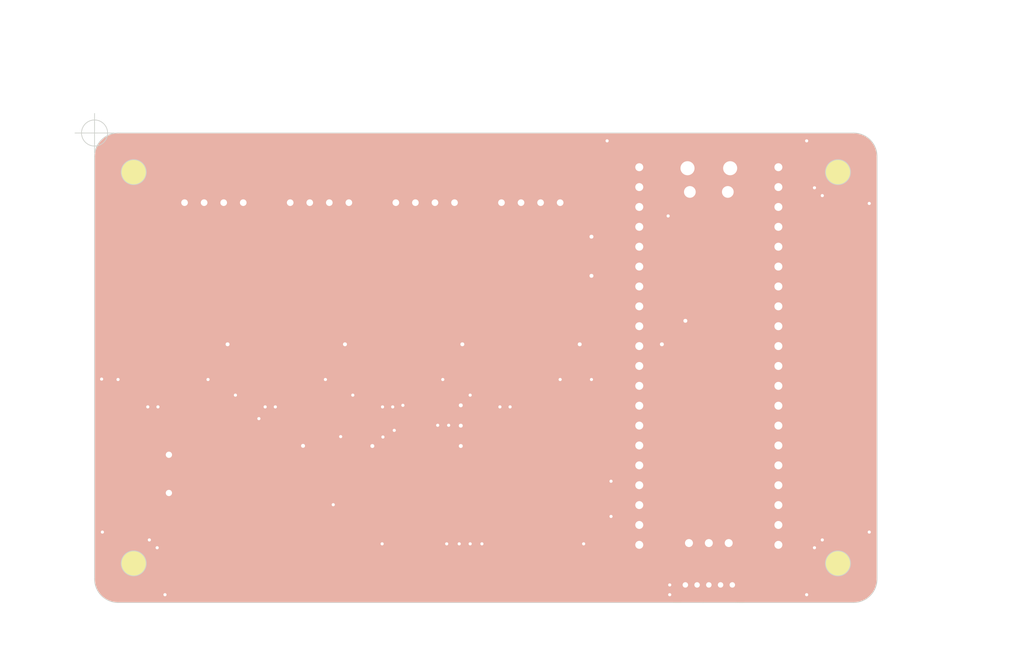
<source format=kicad_pcb>
(kicad_pcb (version 20211014) (generator pcbnew)
  (layers (0 "F.Cu" signal) (31 "B.Cu" signal) (36 "B.SilkS" user "B.Silkscreen") (37 "F.SilkS" user "F.Silkscreen") (38 "B.Mask" user) (39 "F.Mask" user) (44 "Edge.Cuts" user))
  (net 0 "")
  (net 1 "Net-(C1-Pad1)")
  (net 2 "GND")
  (net 3 "Net-(C2-Pad1)")
  (net 4 "+3V3")
  (net 5 "+5VA")
  (net 6 "Net-(C5-Pad1)")
  (net 7 "Net-(C6-Pad2)")
  (net 8 "Net-(C7-Pad1)")
  (net 9 "Net-(C7-Pad2)")
  (net 10 "Net-(CN1-Pad3)")
  (net 11 "Net-(CN1-Pad4)")
  (net 12 "Net-(D3-Pad2)")
  (net 13 "Net-(D4-Pad2)")
  (net 14 "/TX")
  (net 15 "/RX")
  (net 16 "Net-(D1-Pad2)")
  (net 17 "Net-(D2-Pad2)")
  (net 18 "/SWCLK")
  (net 19 "/SWDIO")
  (net 20 "+5V")
  (net 21 "Net-(Q1-Pad1)")
  (net 22 "Net-(R1-Pad2)")
  (net 23 "Net-(R3-Pad2)")
  (net 24 "Net-(R20-Pad1)")
  (net 25 "Net-(R21-Pad1)")
  (net 26 "Net-(R22-Pad1)")
  (net 27 "Net-(SW1-Pad1)")
  (net 34 "/DATA1")
  (net 35 "/SCK1")
  (net 36 "/DATA2")
  (net 37 "/SCK2")
  (net 38 "/DATA3")
  (net 39 "/SCK3")
  (net 40 "/DATA4")
  (net 41 "/SCK4")
  (net 49 "Net-(U2-Pad1)")
  (net 50 "/CLK1")
  (net 51 "/CLK2")
  (net 52 "/CLK3")
  (net 53 "/CLK4")
  (net 55 "Net-(C10-Pad1)")
  (net 56 "Net-(C11-Pad2)")
  (net 57 "Net-(C12-Pad1)")
  (net 58 "Net-(C12-Pad2)")
  (net 59 "Net-(C15-Pad1)")
  (net 60 "Net-(C16-Pad2)")
  (net 61 "Net-(C17-Pad1)")
  (net 62 "Net-(C17-Pad2)")
  (net 63 "Net-(C20-Pad1)")
  (net 64 "Net-(C21-Pad2)")
  (net 65 "Net-(C22-Pad1)")
  (net 66 "Net-(C22-Pad2)")
  (net 67 "Net-(CN2-Pad3)")
  (net 68 "Net-(CN2-Pad4)")
  (net 69 "Net-(CN3-Pad3)")
  (net 70 "Net-(CN3-Pad4)")
  (net 71 "Net-(CN4-Pad3)")
  (net 72 "Net-(CN4-Pad4)")
  (net 73 "Net-(Q2-Pad1)")
  (net 74 "Net-(Q3-Pad1)")
  (net 75 "Net-(Q4-Pad1)")
  (net 76 "Net-(R7-Pad2)")
  (net 77 "Net-(R11-Pad2)")
  (net 78 "Net-(R15-Pad2)")
  (net 82 "Net-(R19-Pad1)")
  (net 83 "Net-(SW2-Pad1)")
  (net 84 "Net-(SW3-Pad1)")
  (footprint "Package_SO:SOP-16_3.9x9.9mm_P1.27mm" (layer "F.Cu") (at 58.6875 80 -90)
    (fp_text reference "U3")
    (fp_text value "HX711")
  )
  (footprint "Resistor_SMD:R_0603_1608Metric_Pad0.98x0.95mm_HandSolder" (layer "F.Cu") (at 61.0875 73.4 180)
    (fp_text reference "R3")
    (fp_text value "22k")
  )
  (footprint "Capacitor_SMD:C_0603_1608Metric_Pad1.08x0.95mm_HandSolder" (layer "F.Cu") (at 55.05 74.8 180)
    (fp_text reference "C7")
    (fp_text value "0.1u")
  )
  (footprint "Package_TO_SOT_SMD:SOT-23" (layer "F.Cu") (at 94.6375 73.4625 90)
    (fp_text reference "Q3")
    (fp_text value "MMBT3906")
  )
  (footprint "user:SKRPACE010_kai" (layer "F.Cu") (at 81.675 101.5 180)
    (fp_text reference "SW1")
    (fp_text value "A")
  )
  (footprint "Resistor_SMD:R_0603_1608Metric_Pad0.98x0.95mm_HandSolder" (layer "F.Cu") (at 105.1875 70.8 90)
    (fp_text reference "R16")
    (fp_text value "10k")
  )
  (footprint "Package_SO:SOP-16_3.9x9.9mm_P1.27mm" (layer "F.Cu") (at 88.6875 80 -90)
    (fp_text reference "U5")
    (fp_text value "HX711")
  )
  (footprint "Inductor_SMD:L_0603_1608Metric_Pad1.05x0.95mm_HandSolder" (layer "F.Cu") (at 113.5 65.75 -90)
    (fp_text reference "L1")
    (fp_text value "BLM18RK102")
  )
  (footprint "Resistor_SMD:R_0603_1608Metric_Pad0.98x0.95mm_HandSolder" (layer "F.Cu") (at 63.5 95.4125 90)
    (fp_text reference "R2")
    (fp_text value "300")
  )
  (footprint "Package_TO_SOT_SMD:SOT-23" (layer "F.Cu") (at 64.6375 73.4625 90)
    (fp_text reference "Q1")
    (fp_text value "MMBT3906")
  )
  (footprint "LED_SMD:LED_0603_1608Metric_Pad1.05x0.95mm_HandSolder" (layer "F.Cu") (at 96.45 95.5)
    (fp_text reference "D3")
    (fp_text value "LED")
  )
  (footprint "Capacitor_SMD:C_0805_2012Metric_Pad1.18x1.45mm_HandSolder" (layer "F.Cu") (at 110.2875 78.0375 -90)
    (fp_text reference "C19")
    (fp_text value "10u")
  )
  (footprint "LED_SMD:LED_0603_1608Metric_Pad1.05x0.95mm_HandSolder" (layer "F.Cu") (at 100.45 95.5)
    (fp_text reference "D4")
    (fp_text value "LED")
  )
  (footprint "Resistor_SMD:R_0603_1608Metric_Pad0.98x0.95mm_HandSolder" (layer "F.Cu") (at 84.1875 71.9875 -90)
    (fp_text reference "R14")
    (fp_text value "100")
  )
  (footprint "Resistor_SMD:R_0603_1608Metric_Pad0.98x0.95mm_HandSolder" (layer "F.Cu") (at 55.9125 71.9875 -90)
    (fp_text reference "R5")
    (fp_text value "100")
  )
  (footprint "Resistor_SMD:R_0603_1608Metric_Pad0.98x0.95mm_HandSolder" (layer "F.Cu") (at 70.9125 71.9875 -90)
    (fp_text reference "R9")
    (fp_text value "100")
  )
  (footprint "Package_SO:SO-14_5.3x10.2mm_P1.27mm" (layer "F.Cu") (at 70 92.5)
    (fp_text reference "U2")
    (fp_text value "TC74HCU04AF")
  )
  (footprint "Resistor_SMD:R_0603_1608Metric_Pad0.98x0.95mm_HandSolder" (layer "F.Cu") (at 75.1875 70.8 90)
    (fp_text reference "R8")
    (fp_text value "10k")
  )
  (footprint "Resistor_SMD:R_0603_1608Metric_Pad0.98x0.95mm_HandSolder" (layer "F.Cu") (at 100.9125 71.9875 -90)
    (fp_text reference "R17")
    (fp_text value "100")
  )
  (footprint "Capacitor_SMD:C_0805_2012Metric_Pad1.18x1.45mm_HandSolder" (layer "F.Cu") (at 63.55 70.4)
    (fp_text reference "C6")
    (fp_text value "10u")
  )
  (footprint "Connector_Molex:Molex_SPOX_5268-04A_1x04_P2.50mm_Horizontal" (layer "F.Cu") (at 69 58.9 180)
    (fp_text reference "CN1")
    (fp_text value "LoadCell")
  )
  (footprint "Package_SO:SOP-16_3.9x9.9mm_P1.27mm" (layer "F.Cu") (at 103.6875 80 -90)
    (fp_text reference "U6")
    (fp_text value "HX711")
  )
  (footprint "Resistor_SMD:R_0603_1608Metric_Pad0.98x0.95mm_HandSolder" (layer "F.Cu") (at 100.4125 97.5)
    (fp_text reference "R22")
    (fp_text value "1k")
  )
  (footprint "Capacitor_SMD:C_0603_1608Metric_Pad1.08x0.95mm_HandSolder" (layer "F.Cu") (at 55.5 95.5 90)
    (fp_text reference "C2")
    (fp_text value "10p")
  )
  (footprint "Capacitor_SMD:C_0603_1608Metric_Pad1.08x0.95mm_HandSolder" (layer "F.Cu") (at 110.2875 83.8 90)
    (fp_text reference "C18")
    (fp_text value "0.1u")
  )
  (footprint "Resistor_SMD:R_0603_1608Metric_Pad0.98x0.95mm_HandSolder" (layer "F.Cu") (at 106.0875 73.4 180)
    (fp_text reference "R15")
    (fp_text value "22k")
  )
  (footprint "Capacitor_SMD:C_0603_1608Metric_Pad1.08x0.95mm_HandSolder" (layer "F.Cu") (at 55.5 91.6375 -90)
    (fp_text reference "C1")
    (fp_text value "10p")
  )
  (footprint "Capacitor_SMD:C_0603_1608Metric_Pad1.08x0.95mm_HandSolder" (layer "F.Cu") (at 95.2875 83.8 90)
    (fp_text reference "C13")
    (fp_text value "0.1u")
  )
  (footprint "Capacitor_SMD:C_0805_2012Metric_Pad1.18x1.45mm_HandSolder" (layer "F.Cu") (at 95.2875 78.0375 -90)
    (fp_text reference "C14")
    (fp_text value "10u")
  )
  (footprint "Connector_Molex:Molex_SPOX_5268-04A_1x04_P2.50mm_Horizontal" (layer "F.Cu") (at 96 58.9 180)
    (fp_text reference "CN3")
    (fp_text value "LoadCell")
  )
  (footprint "Resistor_SMD:R_0603_1608Metric_Pad0.98x0.95mm_HandSolder" (layer "F.Cu") (at 85.9125 71.9875 -90)
    (fp_text reference "R13")
    (fp_text value "100")
  )
  (footprint "LED_SMD:LED_0603_1608Metric_Pad1.05x0.95mm_HandSolder" (layer "F.Cu") (at 92.45 95.5)
    (fp_text reference "D2")
    (fp_text value "LED")
  )
  (footprint "Capacitor_SMD:C_0603_1608Metric_Pad1.08x0.95mm_HandSolder" (layer "F.Cu") (at 100.05 74.8 180)
    (fp_text reference "C22")
    (fp_text value "0.1u")
  )
  (footprint "Resistor_SMD:R_0603_1608Metric_Pad0.98x0.95mm_HandSolder" (layer "F.Cu") (at 96.4125 97.5)
    (fp_text reference "R21")
    (fp_text value "1k")
  )
  (footprint "LED_SMD:LED_0603_1608Metric_Pad1.05x0.95mm_HandSolder" (layer "F.Cu") (at 88.45 95.5)
    (fp_text reference "D1")
    (fp_text value "LED")
  )
  (footprint "Capacitor_SMD:C_0603_1608Metric_Pad1.08x0.95mm_HandSolder" (layer "F.Cu") (at 87.7125 73.9 90)
    (fp_text reference "C15")
    (fp_text value "0.1u")
  )
  (footprint "Capacitor_SMD:C_0805_2012Metric_Pad1.18x1.45mm_HandSolder" (layer "F.Cu") (at 65.2875 78.0375 -90)
    (fp_text reference "C4")
    (fp_text value "10u")
  )
  (footprint "Capacitor_SMD:C_0603_1608Metric_Pad1.08x0.95mm_HandSolder" (layer "F.Cu") (at 102.7125 73.9 90)
    (fp_text reference "C20")
    (fp_text value "0.1u")
  )
  (footprint "Capacitor_SMD:C_0603_1608Metric_Pad1.08x0.95mm_HandSolder" (layer "F.Cu") (at 70.05 74.8 180)
    (fp_text reference "C12")
    (fp_text value "0.1u")
  )
  (footprint "Resistor_SMD:R_0603_1608Metric_Pad0.98x0.95mm_HandSolder" (layer "F.Cu") (at 60.1875 70.8 90)
    (fp_text reference "R4")
    (fp_text value "10k")
  )
  (footprint "Capacitor_SMD:C_0603_1608Metric_Pad1.08x0.95mm_HandSolder" (layer "F.Cu") (at 85.05 74.8 180)
    (fp_text reference "C17")
    (fp_text value "0.1u")
  )
  (footprint "Package_TO_SOT_SMD:SOT-23" (layer "F.Cu") (at 109.6375 73.4625 90)
    (fp_text reference "Q4")
    (fp_text value "MMBT3906")
  )
  (footprint "Resistor_SMD:R_0603_1608Metric_Pad0.98x0.95mm_HandSolder" (layer "F.Cu") (at 88.4125 97.5)
    (fp_text reference "R19")
    (fp_text value "1k")
  )
  (footprint "Capacitor_SMD:C_0805_2012Metric_Pad1.18x1.45mm_HandSolder" (layer "F.Cu") (at 93.55 70.4)
    (fp_text reference "C16")
    (fp_text value "10u")
  )
  (footprint "Capacitor_SMD:C_0603_1608Metric_Pad1.08x0.95mm_HandSolder" (layer "F.Cu") (at 72.7125 73.9 90)
    (fp_text reference "C10")
    (fp_text value "0.1u")
  )
  (footprint "Package_SO:SOP-16_3.9x9.9mm_P1.27mm" (layer "F.Cu") (at 73.6875 80 -90)
    (fp_text reference "U4")
    (fp_text value "HX711")
  )
  (footprint "Resistor_SMD:R_0603_1608Metric_Pad0.98x0.95mm_HandSolder" (layer "F.Cu") (at 76.0875 73.4 180)
    (fp_text reference "R7")
    (fp_text value "22k")
  )
  (footprint "Resistor_SMD:R_0603_1608Metric_Pad0.98x0.95mm_HandSolder" (layer "F.Cu") (at 69.1875 71.9875 -90)
    (fp_text reference "R10")
    (fp_text value "100")
  )
  (footprint "Resistor_SMD:R_0603_1608Metric_Pad0.98x0.95mm_HandSolder" (layer "F.Cu") (at 91.0875 73.4 180)
    (fp_text reference "R11")
    (fp_text value "22k")
  )
  (footprint "Resistor_SMD:R_0603_1608Metric_Pad0.98x0.95mm_HandSolder" (layer "F.Cu") (at 92.4125 97.5)
    (fp_text reference "R20")
    (fp_text value "1k")
  )
  (footprint "Capacitor_SMD:C_0603_1608Metric_Pad1.08x0.95mm_HandSolder" (layer "F.Cu") (at 65.2875 83.8 90)
    (fp_text reference "C3")
    (fp_text value "0.1u")
  )
  (footprint "Crystal:Crystal_HC49-U_Vertical" (layer "F.Cu") (at 59.5 91.12 -90)
    (fp_text reference "Y1")
    (fp_text value "13.824MHz")
  )
  (footprint "Capacitor_SMD:C_0603_1608Metric_Pad1.08x0.95mm_HandSolder" (layer "F.Cu") (at 57.7125 73.9 90)
    (fp_text reference "C5")
    (fp_text value "0.1u")
  )
  (footprint "Capacitor_SMD:C_0603_1608Metric_Pad1.08x0.95mm_HandSolder" (layer "F.Cu") (at 80.2875 83.8 90)
    (fp_text reference "C8")
    (fp_text value "0.1u")
  )
  (footprint "user:SKRPACE010_kai" (layer "F.Cu") (at 108 101.5 180)
    (fp_text reference "SW2")
    (fp_text value "B")
  )
  (footprint "Capacitor_SMD:C_0805_2012Metric_Pad1.18x1.45mm_HandSolder" (layer "F.Cu") (at 108.55 70.4)
    (fp_text reference "C21")
    (fp_text value "10u")
  )
  (footprint "Capacitor_SMD:C_0805_2012Metric_Pad1.18x1.45mm_HandSolder" (layer "F.Cu") (at 80.2875 78.0375 -90)
    (fp_text reference "C9")
    (fp_text value "10u")
  )
  (footprint "user:STlink" (layer "F.Cu") (at 125.5 107.75)
    (fp_text reference "J1")
    (fp_text value "Debug")
  )
  (footprint "user:SKRPACE010_kai" (layer "F.Cu") (at 145 77.75 90)
    (fp_text reference "SW3")
    (fp_text value "Reset")
  )
  (footprint "Package_TO_SOT_SMD:SOT-23" (layer "F.Cu") (at 79.6375 73.4625 90)
    (fp_text reference "Q2")
    (fp_text value "MMBT3906")
  )
  (footprint "Resistor_SMD:R_0603_1608Metric_Pad0.98x0.95mm_HandSolder" (layer "F.Cu") (at 99.1875 71.9875 -90)
    (fp_text reference "R18")
    (fp_text value "100")
  )
  (footprint "MCU_RaspberryPi_and_Boards:RPi_Pico_SMD_TH" (layer "F.Cu") (at 128.5 78.5)
    (fp_text reference "U1")
    (fp_text value "Pico")
  )
  (footprint "Resistor_SMD:R_0603_1608Metric_Pad0.98x0.95mm_HandSolder" (layer "F.Cu") (at 54.1875 71.9875 -90)
    (fp_text reference "R6")
    (fp_text value "100")
  )
  (footprint "Resistor_SMD:R_0805_2012Metric_Pad1.20x1.40mm_HandSolder" (layer "F.Cu") (at 63.5 91.5 -90)
    (fp_text reference "R1")
    (fp_text value "1M")
  )
  (footprint "Connector_Molex:Molex_SPOX_5268-04A_1x04_P2.50mm_Horizontal" (layer "F.Cu") (at 109.5 58.9 180)
    (fp_text reference "CN4")
    (fp_text value "LoadCell")
  )
  (footprint "Connector_Molex:Molex_SPOX_5268-04A_1x04_P2.50mm_Horizontal" (layer "F.Cu") (at 82.5 58.9 180)
    (fp_text reference "CN2")
    (fp_text value "LoadCell")
  )
  (footprint "Resistor_SMD:R_0603_1608Metric_Pad0.98x0.95mm_HandSolder" (layer "F.Cu") (at 90.1875 70.8 90)
    (fp_text reference "R12")
    (fp_text value "10k")
  )
  (footprint "Capacitor_SMD:C_0805_2012Metric_Pad1.18x1.45mm_HandSolder" (layer "F.Cu") (at 78.55 70.4)
    (fp_text reference "C11")
    (fp_text value "10u")
  )
  (gr_circle (center 55 105) (end 59 105) (layer "F.SilkS") (width 0.15) (fill solid))
  (gr_circle (center 55 55) (end 59 55) (layer "F.SilkS") (width 0.15) (fill solid))
  (gr_circle (center 145 55) (end 149 55) (layer "F.SilkS") (width 0.15) (fill solid))
  (gr_circle (center 145 105) (end 149 105) (layer "F.SilkS") (width 0.15) (fill solid))
  (gr_line (start 53 50) (end 147 50) (layer "Edge.Cuts") (width 0.1))
  (gr_circle (center 145 55) (end 146.6 55) (layer "Edge.Cuts") (width 0.1) (fill none))
  (gr_arc (start 53 110) (mid 50.87868 109.12132) (end 50 107) (layer "Edge.Cuts") (width 0.1))
  (gr_line (start 127.8 110) (end 132.2 110) (layer "Edge.Cuts") (width 0.1))
  (gr_circle (center 55 105) (end 56.6 105) (layer "Edge.Cuts") (width 0.1) (fill none))
  (gr_line (start 150 53) (end 150 107) (layer "Edge.Cuts") (width 0.1))
  (gr_line (start 127.8 110) (end 53 110) (layer "Edge.Cuts") (width 0.1))
  (gr_circle (center 55 55) (end 56.6 55) (layer "Edge.Cuts") (width 0.1) (fill none))
  (gr_arc (start 147 50) (mid 149.12132 50.87868) (end 150 53) (layer "Edge.Cuts") (width 0.1))
  (gr_line (start 50 107) (end 50 53) (layer "Edge.Cuts") (width 0.1))
  (gr_arc (start 50 53) (mid 50.87868 50.87868) (end 53 50) (layer "Edge.Cuts") (width 0.1))
  (gr_circle (center 145 105) (end 146.6 105) (layer "Edge.Cuts") (width 0.1) (fill none))
  (gr_arc (start 150 107) (mid 149.12132 109.12132) (end 147 110) (layer "Edge.Cuts") (width 0.1))
  (gr_line (start 132.2 110) (end 147 110) (layer "Edge.Cuts") (width 0.1))
  (gr_text "Reset" (at 145 82.25) (layer "F.SilkS") (effects (font (size 1.7 1.7) (thickness 0.25))))
  (gr_text "A" (at 81.5 98.5) (layer "F.SilkS") (effects (font (size 1.7 1.7) (thickness 0.25))))
  (gr_text "CH1\n緑白黒赤" (at 65.5 64.5) (layer "F.SilkS") (effects (font (size 2 2) (thickness 0.12))))
  (gr_text "CH3\n緑白黒赤" (at 92.5 64.5) (layer "F.SilkS") (effects (font (size 2 2) (thickness 0.12))))
  (gr_text "CH2\n緑白黒赤" (at 79 64.5) (layer "F.SilkS") (effects (font (size 2 2) (thickness 0.12))))
  (gr_text "CH4\n緑白黒赤" (at 106 64.5) (layer "F.SilkS") (effects (font (size 2 2) (thickness 0.12))))
  (gr_text "B" (at 108 98.5) (layer "F.SilkS") (effects (font (size 1.7 1.7) (thickness 0.25))))
  (gr_text "4ch LoadCell Logger" (at 76.25 107) (layer "F.SilkS") (effects (font (size 2 2) (thickness 0.3))))
  (gr_text "v1.0 2022.04.28 @n_yosihisa" (at 107.25 107.5) (layer "F.SilkS") (effects (font (size 1.3 1.3) (thickness 0.2))))
  (target plus (at 50 50) (size 5) (width 0.1) (layer "Edge.Cuts"))
  (segment (start 64.23 91.23) (end 63.5 90.5) (width 0.5) (layer "F.Cu") (net 1))
  (segment (start 60.12 90.5) (end 59.5 91.12) (width 0.5) (layer "F.Cu") (net 1))
  (segment (start 66.5375 91.23) (end 64.23 91.23) (width 0.5) (layer "F.Cu") (net 1))
  (segment (start 59.5 91.12) (end 55.845 91.12) (width 0.5) (layer "F.Cu") (net 1))
  (segment (start 63.5 90.5) (end 60.12 90.5) (width 0.5) (layer "F.Cu") (net 1))
  (segment (start 55.845 91.12) (end 55.5 90.775) (width 0.5) (layer "F.Cu") (net 1))
  (segment (start 107 58.9) (end 107 63.5) (width 0.7) (layer "F.Cu") (net 2))
  (segment (start 104.0875 75.4) (end 104.0875 74.5) (width 0.7) (layer "F.Cu") (net 2))
  (segment (start 107.5125 64.0125) (end 107.5125 70.4) (width 0.7) (layer "F.Cu") (net 2))
  (segment (start 59.0875 75.4) (end 59.0875 74.5) (width 0.7) (layer "F.Cu") (net 2))
  (segment (start 103.0525 76.435) (end 104.0875 75.4) (width 0.7) (layer "F.Cu") (net 2))
  (segment (start 58.0525 76.435) (end 59.0875 75.4) (width 0.7) (layer "F.Cu") (net 2))
  (segment (start 73.0525 76.435) (end 74.0875 75.4) (width 0.7) (layer "F.Cu") (net 2))
  (segment (start 73.0525 77.5) (end 73.0525 76.435) (width 0.7) (layer "F.Cu") (net 2))
  (segment (start 103.0525 77.5) (end 103.0525 79) (width 0.7) (layer "F.Cu") (net 2))
  (segment (start 58.0525 77.5) (end 58.0525 76.435) (width 0.7) (layer "F.Cu") (net 2))
  (segment (start 88.0525 77.5) (end 88.0525 76.435) (width 0.7) (layer "F.Cu") (net 2))
  (segment (start 74.0875 75.4) (end 74.0875 74.5) (width 0.7) (layer "F.Cu") (net 2))
  (segment (start 88.0525 76.435) (end 89.0875 75.4) (width 0.7) (layer "F.Cu") (net 2))
  (segment (start 58.0525 77.5) (end 58.0525 79) (width 0.7) (layer "F.Cu") (net 2))
  (segment (start 73.0525 77.5) (end 73.0525 79) (width 0.7) (layer "F.Cu") (net 2))
  (segment (start 88.0525 77.5) (end 88.0525 79) (width 0.7) (layer "F.Cu") (net 2))
  (segment (start 89.0875 75.4) (end 89.0875 74.5) (width 0.7) (layer "F.Cu") (net 2))
  (segment (start 103.0525 77.5) (end 103.0525 76.435) (width 0.7) (layer "F.Cu") (net 2))
  (segment (start 107 63.5) (end 107.5125 64.0125) (width 0.7) (layer "F.Cu") (net 2))
  (via (at 142 57) (size 0.8) (drill 0.4) (layers "F.Cu" "B.Cu") (net 2))
  (via (at 123.5 107.75) (size 0.8) (drill 0.4) (layers "F.Cu" "B.Cu") (net 2))
  (via (at 142 103) (size 0.8) (drill 0.4) (layers "F.Cu" "B.Cu") (net 2))
  (via (at 116 99) (size 0.8) (drill 0.4) (layers "F.Cu" "B.Cu") (net 2))
  (via (at 59 109) (size 0.8) (drill 0.4) (layers "F.Cu" "B.Cu") (net 2))
  (via (at 58 103) (size 0.8) (drill 0.4) (layers "F.Cu" "B.Cu") (net 2))
  (via (at 116 94.5) (size 0.8) (drill 0.4) (layers "F.Cu" "B.Cu") (net 2))
  (via (at 57 102) (size 0.8) (drill 0.4) (layers "F.Cu" "B.Cu") (net 2))
  (via (at 81.45 88.8) (size 0.8) (drill 0.4) (layers "F.Cu" "B.Cu") (net 2))
  (via (at 149 101) (size 0.8) (drill 0.4) (layers "F.Cu" "B.Cu") (net 2))
  (via (at 89.4 84.8) (size 0.8) (drill 0.4) (layers "F.Cu" "B.Cu") (net 2))
  (via (at 79.5 81.5) (size 0.8) (drill 0.4) (layers "F.Cu" "B.Cu") (net 2))
  (via (at 109.5 81.5) (size 0.8) (drill 0.4) (layers "F.Cu" "B.Cu") (net 2))
  (via (at 53 81.5) (size 0.8) (drill 0.4) (layers "F.Cu" "B.Cu") (net 2))
  (via (at 143 58) (size 0.8) (drill 0.4) (layers "F.Cu" "B.Cu") (net 2))
  (via (at 98 83.5) (size 0.8) (drill 0.4) (layers "F.Cu" "B.Cu") (net 2))
  (via (at 113.5 81.5) (size 0.8) (drill 0.4) (layers "F.Cu" "B.Cu") (net 2))
  (via (at 141 51) (size 0.8) (drill 0.4) (layers "F.Cu" "B.Cu") (net 2))
  (via (at 123.5 109) (size 0.8) (drill 0.4) (layers "F.Cu" "B.Cu") (net 2))
  (via (at 83 83.5) (size 0.8) (drill 0.4) (layers "F.Cu" "B.Cu") (net 2))
  (via (at 68 83.5) (size 0.8) (drill 0.4) (layers "F.Cu" "B.Cu") (net 2))
  (via (at 115.5 51) (size 0.8) (drill 0.4) (layers "F.Cu" "B.Cu") (net 2))
  (via (at 149 59) (size 0.8) (drill 0.4) (layers "F.Cu" "B.Cu") (net 2))
  (via (at 141 109) (size 0.8) (drill 0.4) (layers "F.Cu" "B.Cu") (net 2))
  (via (at 64.5 81.5) (size 0.8) (drill 0.4) (layers "F.Cu" "B.Cu") (net 2))
  (via (at 143 102) (size 0.8) (drill 0.4) (layers "F.Cu" "B.Cu") (net 2))
  (via (at 80.5 97.5) (size 0.8) (drill 0.4) (layers "F.Cu" "B.Cu") (net 2))
  (via (at 88.3 88) (size 0.8) (drill 0.4) (layers "F.Cu" "B.Cu") (net 2))
  (via (at 51 101) (size 0.8) (drill 0.4) (layers "F.Cu" "B.Cu") (net 2))
  (via (at 50.9 81.45) (size 0.8) (drill 0.4) (layers "F.Cu" "B.Cu") (net 2))
  (via (at 94.5 81.5) (size 0.8) (drill 0.4) (layers "F.Cu" "B.Cu") (net 2))
  (via (at 95.25 87.35) (size 0.8) (drill 0.4) (layers "F.Cu" "B.Cu") (net 2))
  (via (at 93.85 87.35) (size 0.8) (drill 0.4) (layers "F.Cu" "B.Cu") (net 2))
  (via (at 86.85 88.85) (size 0.8) (drill 0.4) (layers "F.Cu" "B.Cu") (net 2))
  (segment (start 59.825 96.325) (end 59.5 96) (width 0.5) (layer "F.Cu") (net 3))
  (segment (start 55.8625 96) (end 55.5 96.3625) (width 0.5) (layer "F.Cu") (net 3))
  (segment (start 59.5 96) (end 55.8625 96) (width 0.5) (layer "F.Cu") (net 3))
  (segment (start 63.5 96.325) (end 59.825 96.325) (width 0.5) (layer "F.Cu") (net 3))
  (segment (start 91.8625 84.575) (end 91.9325 84.645) (width 0.3) (layer "F.Cu") (net 4))
  (segment (start 95.2875 84.6625) (end 93.225 84.6625) (width 0.5) (layer "F.Cu") (net 4))
  (segment (start 76.9325 84.645) (end 78.1325 84.645) (width 0.3) (layer "F.Cu") (net 4))
  (segment (start 61.8625 82.5) (end 61.8625 84.575) (width 0.3) (layer "F.Cu") (net 4))
  (segment (start 134.97 64.53) (end 125.5 74) (width 0.7) (layer "F.Cu") (net 4))
  (segment (start 71 88) (end 71.69 88.69) (width 0.5) (layer "F.Cu") (net 4))
  (segment (start 85.47759 89.97759) (end 85.5 90) (width 0.5) (layer "F.Cu") (net 4))
  (segment (start 69.1625 84.6625) (end 71 86.5) (width 0.5) (layer "F.Cu") (net 4))
  (segment (start 61.8625 84.575) (end 61.9325 84.645) (width 0.3) (layer "F.Cu") (net 4))
  (segment (start 96.6625 84.6625) (end 96.8 84.8) (width 0.5) (layer "F.Cu") (net 4))
  (segment (start 93.1325 84.645) (end 93.1325 82.5) (width 0.5) (layer "F.Cu") (net 4))
  (segment (start 114.5 104) (end 114.5 94) (width 0.7) (layer "F.Cu") (net 4))
  (segment (start 114.5 94) (end 110.2875 89.7875) (width 0.7) (layer "F.Cu") (net 4))
  (segment (start 78.1325 84.645) (end 78.1325 82.5) (width 0.5) (layer "F.Cu") (net 4))
  (segment (start 76.8625 82.5) (end 76.8625 84.575) (width 0.3) (layer "F.Cu") (net 4))
  (segment (start 63.1325 84.645) (end 63.1325 82.5) (width 0.5) (layer "F.Cu") (net 4))
  (segment (start 91.9325 84.645) (end 93.1325 84.645) (width 0.3) (layer "F.Cu") (net 4))
  (segment (start 108.1325 84.645) (end 108.1325 82.5) (width 0.5) (layer "F.Cu") (net 4))
  (segment (start 110.075 90) (end 110.2875 89.7875) (width 0.5) (layer "F.Cu") (net 4))
  (segment (start 91.8625 82.5) (end 91.8625 84.575) (width 0.3) (layer "F.Cu") (net 4))
  (segment (start 96.8 90) (end 96.8 87.4) (width 0.5) (layer "F.Cu") (net 4))
  (segment (start 80.47759 89.97759) (end 85.47759 89.97759) (width 0.5) (layer "F.Cu") (net 4))
  (segment (start 80.2875 89.7875) (end 80.47759 89.97759) (width 0.5) (layer "F.Cu") (net 4))
  (segment (start 137.39 64.53) (end 134.97 64.53) (width 0.7) (layer "F.Cu") (net 4))
  (segment (start 122.5 77) (end 122.5 104) (width 0.7) (layer "F.Cu") (net 4))
  (segment (start 85.5 90) (end 82 90) (width 0.5) (layer "F.Cu") (net 4))
  (segment (start 106.9325 84.645) (end 108.1325 84.645) (width 0.3) (layer "F.Cu") (net 4))
  (segment (start 61.9325 84.645) (end 63.1325 84.645) (width 0.3) (layer "F.Cu") (net 4))
  (segment (start 110.2875 84.6625) (end 108.225 84.6625) (width 0.5) (layer "F.Cu") (net 4))
  (segment (start 106.8625 84.575) (end 106.9325 84.645) (width 0.3) (layer "F.Cu") (net 4))
  (segment (start 122.5 104) (end 120.5 106) (width 0.7) (layer "F.Cu") (net 4))
  (segment (start 71 86.5) (end 71 88) (width 0.5) (layer "F.Cu") (net 4))
  (segment (start 106.8625 82.5) (end 106.8625 84.575) (width 0.3) (layer "F.Cu") (net 4))
  (segment (start 76.8625 84.575) (end 76.9325 84.645) (width 0.3) (layer "F.Cu") (net 4))
  (segment (start 80.2875 84.6625) (end 80.2875 89.7875) (width 0.5) (layer "F.Cu") (net 4))
  (segment (start 76.642 89.97759) (end 80.47759 89.97759) (width 0.5) (layer "F.Cu") (net 4))
  (segment (start 116.5 106) (end 114.5 104) (width 0.7) (layer "F.Cu") (net 4))
  (segment (start 110.2875 84.6625) (end 110.2875 89.7875) (width 0.5) (layer "F.Cu") (net 4))
  (segment (start 95.2875 84.6625) (end 96.6625 84.6625) (width 0.5) (layer "F.Cu") (net 4))
  (segment (start 96.8 90) (end 110.075 90) (width 0.5) (layer "F.Cu") (net 4))
  (segment (start 71.69 88.69) (end 73.4625 88.69) (width 0.5) (layer "F.Cu") (net 4))
  (segment (start 65.2875 84.6625) (end 69.1625 84.6625) (width 0.5) (layer "F.Cu") (net 4))
  (segment (start 120.5 106) (end 116.5 106) (width 0.7) (layer "F.Cu") (net 4))
  (segment (start 65.2875 84.6625) (end 63.225 84.6625) (width 0.5) (layer "F.Cu") (net 4))
  (segment (start 80.2875 84.6625) (end 78.225 84.6625) (width 0.5) (layer "F.Cu") (net 4))
  (via (at 85.5 90) (size 1) (drill 0.5) (layers "F.Cu" "B.Cu") (net 4))
  (via (at 96.8 90) (size 1) (drill 0.5) (layers "F.Cu" "B.Cu") (net 4))
  (via (at 76.642 89.97759) (size 1) (drill 0.5) (layers "F.Cu" "B.Cu") (net 4))
  (via (at 125.5 74) (size 1) (drill 0.5) (layers "F.Cu" "B.Cu") (net 4))
  (via (at 71 86.5) (size 0.8) (drill 0.4) (layers "F.Cu" "B.Cu") (net 4))
  (via (at 96.8 84.8) (size 1) (drill 0.5) (layers "F.Cu" "B.Cu") (net 4))
  (via (at 96.8 87.4) (size 1) (drill 0.5) (layers "F.Cu" "B.Cu") (net 4))
  (via (at 122.5 77) (size 1) (drill 0.5) (layers "F.Cu" "B.Cu") (net 4))
  (segment (start 74.47759 89.97759) (end 76.642 89.97759) (width 0.5) (layer "B.Cu") (net 4))
  (segment (start 125.5 74) (end 122.5 77) (width 0.7) (layer "B.Cu") (net 4))
  (segment (start 96.8 90) (end 85.5 90) (width 0.5) (layer "B.Cu") (net 4))
  (segment (start 96.8 84.8) (end 96.8 87.4) (width 0.5) (layer "B.Cu") (net 4))
  (segment (start 71 86.5) (end 74.47759 89.97759) (width 0.5) (layer "B.Cu") (net 4))
  (segment (start 80.5875 74.4) (end 80.5875 75.6) (width 0.5) (layer "F.Cu") (net 5))
  (segment (start 65.2875 77) (end 67 77) (width 0.5) (layer "F.Cu") (net 5))
  (segment (start 95.2875 77) (end 97 77) (width 0.5) (layer "F.Cu") (net 5))
  (segment (start 110.2875 75.9) (end 108.8875 75.9) (width 0.5) (layer "F.Cu") (net 5))
  (segment (start 78.1325 76.655) (end 78.1325 77.5) (width 0.5) (layer "F.Cu") (net 5))
  (segment (start 110.5875 75.6) (end 110.2875 75.9) (width 0.5) (layer "F.Cu") (net 5))
  (segment (start 63.8875 75.9) (end 63.1325 76.655) (width 0.5) (layer "F.Cu") (net 5))
  (segment (start 80.5875 75.6) (end 80.2875 75.9) (width 0.5) (layer "F.Cu") (net 5))
  (segment (start 110.5875 74.4) (end 110.5875 75.6) (width 0.5) (layer "F.Cu") (net 5))
  (segment (start 65.5875 75.6) (end 65.2875 75.9) (width 0.5) (layer "F.Cu") (net 5))
  (segment (start 65.2875 75.9) (end 63.8875 75.9) (width 0.5) (layer "F.Cu") (net 5))
  (segment (start 113.5 66.625) (end 113.5 68.25) (width 1) (layer "F.Cu") (net 5))
  (segment (start 93.8875 75.9) (end 93.1325 76.655) (width 0.5) (layer "F.Cu") (net 5))
  (segment (start 80.2875 75.9) (end 78.8875 75.9) (width 0.5) (layer "F.Cu") (net 5))
  (segment (start 95.5875 74.4) (end 95.5875 75.6) (width 0.5) (layer "F.Cu") (net 5))
  (segment (start 108.8875 75.9) (end 108.1325 76.655) (width 0.5) (layer "F.Cu") (net 5))
  (segment (start 108.1325 76.655) (end 108.1325 77.5) (width 0.5) (layer "F.Cu") (net 5))
  (segment (start 80.2875 77) (end 82 77) (width 0.5) (layer "F.Cu") (net 5))
  (segment (start 78.8875 75.9) (end 78.1325 76.655) (width 0.5) (layer "F.Cu") (net 5))
  (segment (start 110.2875 77) (end 110.2875 75.9) (width 0.5) (layer "F.Cu") (net 5))
  (segment (start 65.2875 77) (end 65.2875 75.9) (width 0.5) (layer "F.Cu") (net 5))
  (segment (start 80.2875 77) (end 80.2875 75.9) (width 0.5) (layer "F.Cu") (net 5))
  (segment (start 93.1325 76.655) (end 93.1325 77.5) (width 0.5) (layer "F.Cu") (net 5))
  (segment (start 95.2875 75.9) (end 93.8875 75.9) (width 0.5) (layer "F.Cu") (net 5))
  (segment (start 65.5875 74.4) (end 65.5875 75.6) (width 0.5) (layer "F.Cu") (net 5))
  (segment (start 110.2875 77) (end 112 77) (width 0.5) (layer "F.Cu") (net 5))
  (segment (start 95.5875 75.6) (end 95.2875 75.9) (width 0.5) (layer "F.Cu") (net 5))
  (segment (start 95.2875 77) (end 95.2875 75.9) (width 0.5) (layer "F.Cu") (net 5))
  (segment (start 63.1325 76.655) (end 63.1325 77.5) (width 0.5) (layer "F.Cu") (net 5))
  (via (at 67 77) (size 1) (drill 0.5) (layers "F.Cu" "B.Cu") (net 5))
  (via (at 97 77) (size 1) (drill 0.5) (layers "F.Cu" "B.Cu") (net 5))
  (via (at 82 77) (size 1) (drill 0.5) (layers "F.Cu" "B.Cu") (net 5))
  (via (at 113.5 68.25) (size 1) (drill 0.5) (layers "F.Cu" "B.Cu") (net 5))
  (via (at 112 77) (size 1) (drill 0.5) (layers "F.Cu" "B.Cu") (net 5))
  (segment (start 97 77) (end 82 77) (width 0.5) (layer "B.Cu") (net 5))
  (segment (start 82 77) (end 67 77) (width 0.5) (layer "B.Cu") (net 5))
  (segment (start 112 77) (end 97 77) (width 0.5) (layer "B.Cu") (net 5))
  (segment (start 113.5 68.25) (end 113.5 75.5) (width 1) (layer "B.Cu") (net 5))
  (segment (start 113.5 75.5) (end 112 77) (width 1) (layer "B.Cu") (net 5))
  (segment (start 56.7825 75.6925) (end 56.7825 77.5) (width 0.5) (layer "F.Cu") (net 6))
  (segment (start 57.7125 74.7625) (end 56.7825 75.6925) (width 0.5) (layer "F.Cu") (net 6))
  (segment (start 64.6375 72.525) (end 64.6375 70.45) (width 0.5) (layer "F.Cu") (net 7))
  (segment (start 64.6375 72.525) (end 62.875 72.525) (width 0.5) (layer "F.Cu") (net 7))
  (segment (start 69 58.9) (end 69 62) (width 0.7) (layer "F.Cu") (net 7))
  (segment (start 64.6375 70.45) (end 64.5875 70.4) (width 0.5) (layer "F.Cu") (net 7))
  (segment (start 62 75.37323) (end 60.5925 76.78073) (width 0.5) (layer "F.Cu") (net 7))
  (segment (start 60.5925 76.78073) (end 60.5925 77.5) (width 0.5) (layer "F.Cu") (net 7))
  (segment (start 62 73.4) (end 62 75.37323) (width 0.5) (layer "F.Cu") (net 7))
  (segment (start 64.5875 72.575) (end 64.6375 72.525) (width 0.5) (layer "F.Cu") (net 7))
  (segment (start 69 62) (end 64.5875 66.4125) (width 0.7) (layer "F.Cu") (net 7))
  (segment (start 64.5875 66.4125) (end 64.5875 70.4) (width 0.7) (layer "F.Cu") (net 7))
  (segment (start 62.875 72.525) (end 62 73.4) (width 0.5) (layer "F.Cu") (net 7))
  (segment (start 55.5125 75.2) (end 55.9125 74.8) (width 0.3) (layer "F.Cu") (net 8))
  (segment (start 55.5125 77.5) (end 55.5125 75.2) (width 0.3) (layer "F.Cu") (net 8))
  (segment (start 55.9125 74.8) (end 55.9125 72.9) (width 0.3) (layer "F.Cu") (net 8))
  (segment (start 54.1425 74.845) (end 54.1875 74.8) (width 0.3) (layer "F.Cu") (net 9))
  (segment (start 54.2425 77.5) (end 54.2425 74.855) (width 0.3) (layer "F.Cu") (net 9))
  (segment (start 54.1875 74.8) (end 54.1875 72.9) (width 0.3) (layer "F.Cu") (net 9))
  (segment (start 54.2425 74.855) (end 54.1875 74.8) (width 0.3) (layer "F.Cu") (net 9))
  (segment (start 64 60) (end 64 58.9) (width 0.7) (layer "F.Cu") (net 10))
  (segment (start 55.9125 71.075) (end 55.9125 68.0875) (width 0.7) (layer "F.Cu") (net 10))
  (segment (start 55.9125 68.0875) (end 64 60) (width 0.7) (layer "F.Cu") (net 10))
  (segment (start 61.5 60) (end 61.5 58.9) (width 0.7) (layer "F.Cu") (net 11))
  (segment (start 54.1875 71.075) (end 54.1875 67.3125) (width 0.7) (layer "F.Cu") (net 11))
  (segment (start 54.1875 67.3125) (end 61.5 60) (width 0.7) (layer "F.Cu") (net 11))
  (segment (start 97.325 95.5) (end 97.325 97.5) (width 0.3) (layer "F.Cu") (net 12))
  (segment (start 101.325 95.5) (end 101.325 97.5) (width 0.3) (layer "F.Cu") (net 13))
  (segment (start 120.87 54.37) (end 119.61 54.37) (width 0.3) (layer "F.Cu") (net 14))
  (segment (start 123.7 62.201391) (end 122.3 60.801391) (width 0.3) (layer "F.Cu") (net 14))
  (segment (start 122.3 60.801391) (end 122.3 55.8) (width 0.3) (layer "F.Cu") (net 14))
  (segment (start 125.5 107.75) (end 123.7 105.95) (width 0.3) (layer "F.Cu") (net 14))
  (segment (start 123.7 105.95) (end 123.7 62.201391) (width 0.3) (layer "F.Cu") (net 14))
  (segment (start 122.3 55.8) (end 120.87 54.37) (width 0.3) (layer "F.Cu") (net 14))
  (segment (start 127 106.7) (end 126.1 105.8) (width 0.3) (layer "F.Cu") (net 15))
  (segment (start 124.4 61.7) (end 123.3 60.6) (width 0.3) (layer "F.Cu") (net 15))
  (segment (start 124.960978 105.8) (end 124.4 105.239022) (width 0.3) (layer "F.Cu") (net 15))
  (segment (start 127 107.75) (end 127 106.7) (width 0.3) (layer "F.Cu") (net 15))
  (segment (start 124.4 105.239022) (end 124.4 61.7) (width 0.3) (layer "F.Cu") (net 15))
  (segment (start 126.1 105.8) (end 124.960978 105.8) (width 0.3) (layer "F.Cu") (net 15))
  (via (at 123.3 60.6) (size 0.8) (drill 0.4) (layers "F.Cu" "B.Cu") (net 15))
  (segment (start 123.3 60.6) (end 119.61 56.91) (width 0.3) (layer "B.Cu") (net 15))
  (segment (start 89.325 95.5) (end 89.325 97.5) (width 0.3) (layer "F.Cu") (net 16))
  (segment (start 93.325 95.5) (end 93.325 97.5) (width 0.3) (layer "F.Cu") (net 17))
  (segment (start 125.96 104.36) (end 125.96 102.4) (width 0.3) (layer "F.Cu") (net 18))
  (segment (start 128.5 107.75) (end 128.5 106.9) (width 0.3) (layer "F.Cu") (net 18))
  (segment (start 128.5 106.9) (end 125.96 104.36) (width 0.3) (layer "F.Cu") (net 18))
  (segment (start 131.04 105.36) (end 130 106.4) (width 0.3) (layer "F.Cu") (net 19))
  (segment (start 131.04 102.4) (end 131.04 105.36) (width 0.3) (layer "F.Cu") (net 19))
  (segment (start 130 106.4) (end 130 107.75) (width 0.3) (layer "F.Cu") (net 19))
  (segment (start 113.5 63.25) (end 113.5 64.875) (width 1) (layer "F.Cu") (net 20))
  (via (at 113.5 63.25) (size 1) (drill 0.5) (layers "F.Cu" "B.Cu") (net 20))
  (segment (start 137.39 54.37) (end 132.5 59.26) (width 1) (layer "B.Cu") (net 20))
  (segment (start 124.26 59.26) (end 122.5 57.5) (width 1) (layer "B.Cu") (net 20))
  (segment (start 132.5 59.26) (end 124.26 59.26) (width 1) (layer "B.Cu") (net 20))
  (segment (start 117.5 52) (end 113.5 56) (width 1) (layer "B.Cu") (net 20))
  (segment (start 113.5 56) (end 113.5 63.25) (width 1) (layer "B.Cu") (net 20))
  (segment (start 122.5 54) (end 120.5 52) (width 1) (layer "B.Cu") (net 20))
  (segment (start 120.5 52) (end 117.5 52) (width 1) (layer "B.Cu") (net 20))
  (segment (start 122.5 57.5) (end 122.5 54) (width 1) (layer "B.Cu") (net 20))
  (segment (start 63.6875 74.9) (end 63.6875 74.4) (width 0.3) (layer "F.Cu") (net 21))
  (segment (start 61.8625 76.725) (end 63.6875 74.9) (width 0.3) (layer "F.Cu") (net 21))
  (segment (start 61.8625 77.5) (end 61.8625 76.725) (width 0.3) (layer "F.Cu") (net 21))
  (segment (start 66.5375 92.5) (end 63.5 92.5) (width 0.5) (layer "F.Cu") (net 22))
  (segment (start 66.5375 93.77) (end 66.5375 92.5) (width 0.5) (layer "F.Cu") (net 22))
  (segment (start 63.5 94.5) (end 63.5 92.5) (width 0.5) (layer "F.Cu") (net 22))
  (segment (start 60.1875 73.3875) (end 60.175 73.4) (width 0.3) (layer "F.Cu") (net 23))
  (segment (start 59.3225 76.565) (end 59.3225 77.5) (width 0.3) (layer "F.Cu") (net 23))
  (segment (start 60.175 73.4) (end 60.175 75.7125) (width 0.3) (layer "F.Cu") (net 23))
  (segment (start 60.1875 71.7125) (end 60.1875 73.3875) (width 0.3) (layer "F.Cu") (net 23))
  (segment (start 60.175 75.7125) (end 59.3225 76.565) (width 0.3) (layer "F.Cu") (net 23))
  (segment (start 96.5 102.5) (end 91.5 97.5) (width 0.3) (layer "F.Cu") (net 24))
  (segment (start 96.599503 102.5) (end 96.5 102.5) (width 0.3) (layer "F.Cu") (net 24))
  (via (at 96.599503 102.5) (size 0.8) (drill 0.4) (layers "F.Cu" "B.Cu") (net 24))
  (segment (start 100.997583 106.89808) (end 96.599503 102.5) (width 0.3) (layer "B.Cu") (net 24))
  (segment (start 116.5 106.89808) (end 100.997583 106.89808) (width 0.3) (layer "B.Cu") (net 24))
  (segment (start 128.0814 92.47) (end 123.59808 96.95332) (width 0.3) (layer "B.Cu") (net 24))
  (segment (start 121.693318 106.898079) (end 116.5 106.89808) (width 0.3) (layer "B.Cu") (net 24))
  (segment (start 123.59808 104.993317) (end 121.693318 106.898079) (width 0.3) (layer "B.Cu") (net 24))
  (segment (start 137.39 92.47) (end 128.0814 92.47) (width 0.3) (layer "B.Cu") (net 24))
  (segment (start 123.59808 96.95332) (end 123.59808 104.993317) (width 0.3) (layer "B.Cu") (net 24))
  (segment (start 95.5 97.5) (end 95.5 100) (width 0.3) (layer "F.Cu") (net 25))
  (segment (start 95.5 100) (end 98 102.5) (width 0.3) (layer "F.Cu") (net 25))
  (via (at 98 102.5) (size 0.8) (drill 0.4) (layers "F.Cu" "B.Cu") (net 25))
  (segment (start 101.79856 106.29856) (end 98 102.5) (width 0.3) (layer "B.Cu") (net 25))
  (segment (start 137.39 89.93) (end 129.77355 89.93) (width 0.3) (layer "B.Cu") (net 25))
  (segment (start 122.99856 104.744988) (end 121.444989 106.298559) (width 0.3) (layer "B.Cu") (net 25))
  (segment (start 121.444989 106.298559) (end 116.5 106.29856) (width 0.3) (layer "B.Cu") (net 25))
  (segment (start 129.77355 89.93) (end 122.99856 96.70499) (width 0.3) (layer "B.Cu") (net 25))
  (segment (start 122.99856 96.70499) (end 122.99856 104.744988) (width 0.3) (layer "B.Cu") (net 25))
  (segment (start 116.5 106.29856) (end 101.79856 106.29856) (width 0.3) (layer "B.Cu") (net 25))
  (segment (start 99.5 97.5) (end 99.5 102.5) (width 0.3) (layer "F.Cu") (net 26))
  (via (at 99.5 102.5) (size 0.8) (drill 0.4) (layers "F.Cu" "B.Cu") (net 26))
  (segment (start 116.5 105.69904) (end 102.69904 105.69904) (width 0.3) (layer "B.Cu") (net 26))
  (segment (start 122.39904 96.45666) (end 122.399039 104.49666) (width 0.3) (layer "B.Cu") (net 26))
  (segment (start 137.39 87.39) (end 131.4657 87.39) (width 0.3) (layer "B.Cu") (net 26))
  (segment (start 122.399039 104.49666) (end 121.19666 105.699039) (width 0.3) (layer "B.Cu") (net 26))
  (segment (start 121.19666 105.699039) (end 116.5 105.69904) (width 0.3) (layer "B.Cu") (net 26))
  (segment (start 131.4657 87.39) (end 122.39904 96.45666) (width 0.3) (layer "B.Cu") (net 26))
  (segment (start 102.69904 105.69904) (end 99.5 102.5) (width 0.3) (layer "B.Cu") (net 26))
  (segment (start 83.75 102.575) (end 86.675 102.575) (width 0.3) (layer "F.Cu") (net 27))
  (segment (start 83.75 102.575) (end 79.6 102.575) (width 0.3) (layer "F.Cu") (net 27))
  (segment (start 86.675 102.575) (end 86.75 102.5) (width 0.3) (layer "F.Cu") (net 27))
  (via (at 86.75 102.5) (size 0.8) (drill 0.4) (layers "F.Cu" "B.Cu") (net 27))
  (segment (start 103.300911 105.09952) (end 120.948329 105.09952) (width 0.3) (layer "B.Cu") (net 27))
  (segment (start 120.948329 105.09952) (end 121.79952 104.24833) (width 0.3) (layer "B.Cu") (net 27))
  (segment (start 87.75 101.5) (end 99.701391 101.5) (width 0.3) (layer "B.Cu") (net 27))
  (segment (start 99.701391 101.5) (end 103.300911 105.09952) (width 0.3) (layer "B.Cu") (net 27))
  (segment (start 121.79952 104.24833) (end 121.79952 96.20833) (width 0.3) (layer "B.Cu") (net 27))
  (segment (start 135.69785 82.31) (end 137.39 82.31) (width 0.3) (layer "B.Cu") (net 27))
  (segment (start 86.75 102.5) (end 87.75 101.5) (width 0.3) (layer "B.Cu") (net 27))
  (segment (start 121.79952 96.20833) (end 135.69785 82.31) (width 0.3) (layer "B.Cu") (net 27))
  (segment (start 58.0525 84.9525) (end 58.1 85) (width 0.3) (layer "F.Cu") (net 34))
  (segment (start 58.0525 82.5) (end 58.0525 84.9525) (width 0.3) (layer "F.Cu") (net 34))
  (via (at 58.1 85) (size 0.8) (drill 0.4) (layers "F.Cu" "B.Cu") (net 34))
  (segment (start 80.99 100.09) (end 79.3 98.4) (width 0.3) (layer "B.Cu") (net 34))
  (segment (start 67.10048 86.20048) (end 79.3 98.4) (width 0.3) (layer "B.Cu") (net 34))
  (segment (start 59.30048 86.20048) (end 64.6 86.20048) (width 0.3) (layer "B.Cu") (net 34))
  (segment (start 58.1 85) (end 59.30048 86.20048) (width 0.3) (layer "B.Cu") (net 34))
  (segment (start 64.6 86.20048) (end 67.10048 86.20048) (width 0.3) (layer "B.Cu") (net 34))
  (segment (start 119.61 100.09) (end 80.99 100.09) (width 0.3) (layer "B.Cu") (net 34))
  (segment (start 56.7825 82.5) (end 56.7825 84.9825) (width 0.3) (layer "F.Cu") (net 35))
  (segment (start 56.7825 84.9825) (end 56.8 85) (width 0.3) (layer "F.Cu") (net 35))
  (via (at 56.8 85) (size 0.8) (drill 0.4) (layers "F.Cu" "B.Cu") (net 35))
  (segment (start 80.68952 100.68952) (end 66.8 86.8) (width 0.3) (layer "B.Cu") (net 35))
  (segment (start 58.6 86.8) (end 56.8 85) (width 0.3) (layer "B.Cu") (net 35))
  (segment (start 117.66952 100.68952) (end 80.68952 100.68952) (width 0.3) (layer "B.Cu") (net 35))
  (segment (start 119.61 102.63) (end 117.66952 100.68952) (width 0.3) (layer "B.Cu") (net 35))
  (segment (start 66.8 86.8) (end 58.6 86.8) (width 0.3) (layer "B.Cu") (net 35))
  (segment (start 73.0525 82.5) (end 73.0525 84.9525) (width 0.3) (layer "F.Cu") (net 36))
  (segment (start 73.0525 84.9525) (end 73.1 85) (width 0.3) (layer "F.Cu") (net 36))
  (via (at 73.1 85) (size 0.8) (drill 0.4) (layers "F.Cu" "B.Cu") (net 36))
  (segment (start 77 86) (end 74.1 86) (width 0.3) (layer "B.Cu") (net 36))
  (segment (start 119.61 92.47) (end 80.11785 92.47) (width 0.3) (layer "B.Cu") (net 36))
  (segment (start 78.5 90.85215) (end 78.5 87.5) (width 0.3) (layer "B.Cu") (net 36))
  (segment (start 78.5 87.5) (end 77 86) (width 0.3) (layer "B.Cu") (net 36))
  (segment (start 74.1 86) (end 73.1 85) (width 0.3) (layer "B.Cu") (net 36))
  (segment (start 80.11785 92.47) (end 78.5 90.85215) (width 0.3) (layer "B.Cu") (net 36))
  (segment (start 71.7825 82.5) (end 71.7825 84.9825) (width 0.3) (layer "F.Cu") (net 37))
  (segment (start 71.7825 84.9825) (end 71.8 85) (width 0.3) (layer "F.Cu") (net 37))
  (via (at 71.8 85) (size 0.8) (drill 0.4) (layers "F.Cu" "B.Cu") (net 37))
  (segment (start 71.8 85) (end 73.39952 86.59952) (width 0.3) (layer "B.Cu") (net 37))
  (segment (start 73.39952 86.59952) (end 76.75167 86.59952) (width 0.3) (layer "B.Cu") (net 37))
  (segment (start 76.75167 86.59952) (end 77.90048 87.74833) (width 0.3) (layer "B.Cu") (net 37))
  (segment (start 77.90048 91.10048) (end 79.9 93.1) (width 0.3) (layer "B.Cu") (net 37))
  (segment (start 117.7 93.1) (end 119.61 95.01) (width 0.3) (layer "B.Cu") (net 37))
  (segment (start 79.9 93.1) (end 117.7 93.1) (width 0.3) (layer "B.Cu") (net 37))
  (segment (start 77.90048 87.74833) (end 77.90048 91.10048) (width 0.3) (layer "B.Cu") (net 37))
  (segment (start 88.0525 84.9525) (end 88.1 85) (width 0.3) (layer "F.Cu") (net 38))
  (segment (start 88.0525 82.5) (end 88.0525 84.9525) (width 0.3) (layer "F.Cu") (net 38))
  (via (at 88.1 85) (size 0.8) (drill 0.4) (layers "F.Cu" "B.Cu") (net 38))
  (segment (start 88.1 85) (end 91.50048 88.40048) (width 0.3) (layer "B.Cu") (net 38))
  (segment (start 118.59952 88.40048) (end 119.61 87.39) (width 0.3) (layer "B.Cu") (net 38))
  (segment (start 91.50048 88.40048) (end 118.59952 88.40048) (width 0.3) (layer "B.Cu") (net 38))
  (segment (start 86.7825 84.9825) (end 86.8 85) (width 0.3) (layer "F.Cu") (net 39))
  (segment (start 86.7825 82.5) (end 86.7825 84.9825) (width 0.3) (layer "F.Cu") (net 39))
  (via (at 86.8 85) (size 0.8) (drill 0.4) (layers "F.Cu" "B.Cu") (net 39))
  (segment (start 86.8 85) (end 90.8 89) (width 0.3) (layer "B.Cu") (net 39))
  (segment (start 118.68 89) (end 119.61 89.93) (width 0.3) (layer "B.Cu") (net 39))
  (segment (start 90.8 89) (end 118.68 89) (width 0.3) (layer "B.Cu") (net 39))
  (segment (start 103.0525 82.5) (end 103.0525 84.9525) (width 0.3) (layer "F.Cu") (net 40))
  (segment (start 103.0525 84.9525) (end 103.1 85) (width 0.3) (layer "F.Cu") (net 40))
  (via (at 103.1 85) (size 0.8) (drill 0.4) (layers "F.Cu" "B.Cu") (net 40))
  (segment (start 103.9 85.8) (end 110.7 85.8) (width 0.3) (layer "B.Cu") (net 40))
  (segment (start 110.7 85.8) (end 116.73 79.77) (width 0.3) (layer "B.Cu") (net 40))
  (segment (start 116.73 79.77) (end 119.61 79.77) (width 0.3) (layer "B.Cu") (net 40))
  (segment (start 103.1 85) (end 103.9 85.8) (width 0.3) (layer "B.Cu") (net 40))
  (segment (start 101.7825 84.9825) (end 101.8 85) (width 0.3) (layer "F.Cu") (net 41))
  (segment (start 101.7825 82.5) (end 101.7825 84.9825) (width 0.3) (layer "F.Cu") (net 41))
  (via (at 101.8 85) (size 0.8) (drill 0.4) (layers "F.Cu" "B.Cu") (net 41))
  (segment (start 101.8 85) (end 103.3 86.5) (width 0.3) (layer "B.Cu") (net 41))
  (segment (start 111.2 86.5) (end 115.39 82.31) (width 0.3) (layer "B.Cu") (net 41))
  (segment (start 115.39 82.31) (end 119.61 82.31) (width 0.3) (layer "B.Cu") (net 41))
  (segment (start 103.3 86.5) (end 111.2 86.5) (width 0.3) (layer "B.Cu") (net 41))
  (segment (start 70.04 90.04) (end 68.69 88.69) (width 0.5) (layer "F.Cu") (net 49))
  (segment (start 70.04 95.04) (end 70.04 92.46) (width 0.5) (layer "F.Cu") (net 49))
  (segment (start 66.5375 95.04) (end 70.04 95.04) (width 0.5) (layer "F.Cu") (net 49))
  (segment (start 70.04 90.04) (end 70 90) (width 0.5) (layer "F.Cu") (net 49))
  (segment (start 68.69 88.69) (end 66.5375 88.69) (width 0.5) (layer "F.Cu") (net 49))
  (segment (start 70.04 92.46) (end 70.04 90.04) (width 0.5) (layer "F.Cu") (net 49))
  (segment (start 70.04 95.04) (end 73.4625 95.04) (width 0.5) (layer "F.Cu") (net 49))
  (segment (start 73.4625 92.5) (end 70.08 92.5) (width 0.5) (layer "F.Cu") (net 49))
  (segment (start 70.08 92.5) (end 70.04 92.46) (width 0.5) (layer "F.Cu") (net 49))
  (segment (start 70.04 89.96) (end 73.4625 89.96) (width 0.5) (layer "F.Cu") (net 49))
  (segment (start 70 90) (end 70.04 89.96) (width 0.5) (layer "F.Cu") (net 49))
  (segment (start 65.83073 89.96) (end 66.5375 89.96) (width 0.5) (layer "F.Cu") (net 50))
  (segment (start 60.5925 82.5) (end 60.5925 84.72177) (width 0.5) (layer "F.Cu") (net 50))
  (segment (start 60.5925 84.72177) (end 65.83073 89.96) (width 0.5) (layer "F.Cu") (net 50))
  (segment (start 75.5925 90.4075) (end 74.77 91.23) (width 0.5) (layer "F.Cu") (net 51))
  (segment (start 74.77 91.23) (end 73.4625 91.23) (width 0.5) (layer "F.Cu") (net 51))
  (segment (start 75.5925 82.5) (end 75.5925 90.4075) (width 0.5) (layer "F.Cu") (net 51))
  (segment (start 84.23 93.77) (end 73.4625 93.77) (width 0.5) (layer "F.Cu") (net 52))
  (segment (start 90.5925 87.4075) (end 84.23 93.77) (width 0.5) (layer "F.Cu") (net 52))
  (segment (start 90.5925 82.5) (end 90.5925 87.4075) (width 0.5) (layer "F.Cu") (net 52))
  (segment (start 83.19 96.31) (end 93.3 86.2) (width 0.5) (layer "F.Cu") (net 53))
  (segment (start 73.4625 96.31) (end 83.19 96.31) (width 0.5) (layer "F.Cu") (net 53))
  (segment (start 104.8 86.2) (end 105.5925 85.4075) (width 0.5) (layer "F.Cu") (net 53))
  (segment (start 105.5925 85.4075) (end 105.5925 82.5) (width 0.5) (layer "F.Cu") (net 53))
  (segment (start 93.3 86.2) (end 104.8 86.2) (width 0.5) (layer "F.Cu") (net 53))
  (segment (start 71.7825 75.6925) (end 71.7825 77.5) (width 0.5) (layer "F.Cu") (net 55))
  (segment (start 72.7125 74.7625) (end 71.7825 75.6925) (width 0.5) (layer "F.Cu") (net 55))
  (segment (start 79.5875 72.575) (end 79.6375 72.525) (width 0.5) (layer "F.Cu") (net 56))
  (segment (start 79.6375 72.525) (end 79.6375 70.45) (width 0.5) (layer "F.Cu") (net 56))
  (segment (start 77.875 72.525) (end 77 73.4) (width 0.5) (layer "F.Cu") (net 56))
  (segment (start 77 73.4) (end 77 75.37323) (width 0.5) (layer "F.Cu") (net 56))
  (segment (start 79.6375 70.45) (end 79.5875 70.4) (width 0.5) (layer "F.Cu") (net 56))
  (segment (start 77 75.37323) (end 75.5925 76.78073) (width 0.5) (layer "F.Cu") (net 56))
  (segment (start 82.5 58.9) (end 82.5 63.5) (width 0.7) (layer "F.Cu") (net 56))
  (segment (start 79.6375 72.525) (end 77.875 72.525) (width 0.5) (layer "F.Cu") (net 56))
  (segment (start 79.5875 66.4125) (end 79.5875 70.4) (width 0.7) (layer "F.Cu") (net 56))
  (segment (start 82.5 63.5) (end 79.5875 66.4125) (width 0.7) (layer "F.Cu") (net 56))
  (segment (start 75.5925 76.78073) (end 75.5925 77.5) (width 0.5) (layer "F.Cu") (net 56))
  (segment (start 70.5125 77.5) (end 70.5125 75.2) (width 0.3) (layer "F.Cu") (net 57))
  (segment (start 70.9125 74.8) (end 70.9125 72.9) (width 0.3) (layer "F.Cu") (net 57))
  (segment (start 70.5125 75.2) (end 70.9125 74.8) (width 0.3) (layer "F.Cu") (net 57))
  (segment (start 69.1875 74.8) (end 69.1875 72.9) (width 0.3) (layer "F.Cu") (net 58))
  (segment (start 69.2425 77.5) (end 69.2425 74.855) (width 0.3) (layer "F.Cu") (net 58))
  (segment (start 69.1425 74.845) (end 69.1875 74.8) (width 0.3) (layer "F.Cu") (net 58))
  (segment (start 69.2425 74.855) (end 69.1875 74.8) (width 0.3) (layer "F.Cu") (net 58))
  (segment (start 87.7125 74.7625) (end 86.7825 75.6925) (width 0.5) (layer "F.Cu") (net 59))
  (segment (start 86.7825 75.6925) (end 86.7825 77.5) (width 0.5) (layer "F.Cu") (net 59))
  (segment (start 94.6375 72.525) (end 92.875 72.525) (width 0.5) (layer "F.Cu") (net 60))
  (segment (start 90.5925 76.78073) (end 90.5925 77.5) (width 0.5) (layer "F.Cu") (net 60))
  (segment (start 96 64) (end 94.5875 65.4125) (width 0.7) (layer "F.Cu") (net 60))
  (segment (start 92 73.4) (end 92 75.37323) (width 0.5) (layer "F.Cu") (net 60))
  (segment (start 94.6375 70.45) (end 94.5875 70.4) (width 0.5) (layer "F.Cu") (net 60))
  (segment (start 96 58.9) (end 96 64) (width 0.7) (layer "F.Cu") (net 60))
  (segment (start 94.5875 65.4125) (end 94.5875 70.4) (width 0.7) (layer "F.Cu") (net 60))
  (segment (start 94.5875 72.575) (end 94.6375 72.525) (width 0.5) (layer "F.Cu") (net 60))
  (segment (start 94.6375 72.525) (end 94.6375 70.45) (width 0.5) (layer "F.Cu") (net 60))
  (segment (start 92.875 72.525) (end 92 73.4) (width 0.5) (layer "F.Cu") (net 60))
  (segment (start 92 75.37323) (end 90.5925 76.78073) (width 0.5) (layer "F.Cu") (net 60))
  (segment (start 85.5125 77.5) (end 85.5125 75.2) (width 0.3) (layer "F.Cu") (net 61))
  (segment (start 85.5125 75.2) (end 85.9125 74.8) (width 0.3) (layer "F.Cu") (net 61))
  (segment (start 85.9125 74.8) (end 85.9125 72.9) (width 0.3) (layer "F.Cu") (net 61))
  (segment (start 84.1425 74.845) (end 84.1875 74.8) (width 0.3) (layer "F.Cu") (net 62))
  (segment (start 84.1875 74.8) (end 84.1875 72.9) (width 0.3) (layer "F.Cu") (net 62))
  (segment (start 84.2425 77.5) (end 84.2425 74.855) (width 0.3) (layer "F.Cu") (net 62))
  (segment (start 84.2425 74.855) (end 84.1875 74.8) (width 0.3) (layer "F.Cu") (net 62))
  (segment (start 102.7125 74.7625) (end 101.7825 75.6925) (width 0.5) (layer "F.Cu") (net 63))
  (segment (start 101.7825 75.6925) (end 101.7825 77.5) (width 0.5) (layer "F.Cu") (net 63))
  (segment (start 109.5 70.3125) (end 109.5875 70.4) (width 0.7) (layer "F.Cu") (net 64))
  (segment (start 109.6375 72.525) (end 107.875 72.525) (width 0.5) (layer "F.Cu") (net 64))
  (segment (start 107 73.4) (end 107 75.37323) (width 0.5) (layer "F.Cu") (net 64))
  (segment (start 109.6375 70.45) (end 109.5875 70.4) (width 0.5) (layer "F.Cu") (net 64))
  (segment (start 105.5925 76.78073) (end 105.5925 77.5) (width 0.5) (layer "F.Cu") (net 64))
  (segment (start 107 75.37323) (end 105.5925 76.78073) (width 0.5) (layer "F.Cu") (net 64))
  (segment (start 109.6375 72.525) (end 109.6375 70.45) (width 0.5) (layer "F.Cu") (net 64))
  (segment (start 107.875 72.525) (end 107 73.4) (width 0.5) (layer "F.Cu") (net 64))
  (segment (start 109.5875 72.575) (end 109.6375 72.525) (width 0.5) (layer "F.Cu") (net 64))
  (segment (start 109.5 58.9) (end 109.5 70.3125) (width 0.7) (layer "F.Cu") (net 64))
  (segment (start 100.5125 77.5) (end 100.5125 75.2) (width 0.3) (layer "F.Cu") (net 65))
  (segment (start 100.9125 74.8) (end 100.9125 72.9) (width 0.3) (layer "F.Cu") (net 65))
  (segment (start 100.5125 75.2) (end 100.9125 74.8) (width 0.3) (layer "F.Cu") (net 65))
  (segment (start 99.1425 74.845) (end 99.1875 74.8) (width 0.3) (layer "F.Cu") (net 66))
  (segment (start 99.1875 74.8) (end 99.1875 72.9) (width 0.3) (layer "F.Cu") (net 66))
  (segment (start 99.2425 74.855) (end 99.1875 74.8) (width 0.3) (layer "F.Cu") (net 66))
  (segment (start 99.2425 77.5) (end 99.2425 74.855) (width 0.3) (layer "F.Cu") (net 66))
  (segment (start 77.5 58.9) (end 77.5 62) (width 0.7) (layer "F.Cu") (net 67))
  (segment (start 77.5 62) (end 70.9125 68.5875) (width 0.7) (layer "F.Cu") (net 67))
  (segment (start 70.9125 68.5875) (end 70.9125 71.075) (width 0.7) (layer "F.Cu") (net 67))
  (segment (start 69.1875 71.075) (end 69.1875 67.8125) (width 0.7) (layer "F.Cu") (net 68))
  (segment (start 75 62) (end 75 58.9) (width 0.7) (layer "F.Cu") (net 68))
  (segment (start 69.1875 67.8125) (end 75 62) (width 0.7) (layer "F.Cu") (net 68))
  (segment (start 91 62.5) (end 85.9125 67.5875) (width 0.7) (layer "F.Cu") (net 69))
  (segment (start 85.9125 67.5875) (end 85.9125 71.075) (width 0.7) (layer "F.Cu") (net 69))
  (segment (start 91 58.9) (end 91 62.5) (width 0.7) (layer "F.Cu") (net 69))
  (segment (start 84.1875 71.075) (end 84.1875 66.8125) (width 0.7) (layer "F.Cu") (net 70))
  (segment (start 84.1875 66.8125) (end 88.5 62.5) (width 0.7) (layer "F.Cu") (net 70))
  (segment (start 88.5 62.5) (end 88.5 58.9) (width 0.7) (layer "F.Cu") (net 70))
  (segment (start 104.5 63) (end 104.5 58.9) (width 0.7) (layer "F.Cu") (net 71))
  (segment (start 100.9125 71.075) (end 100.9125 66.5875) (width 0.7) (layer "F.Cu") (net 71))
  (segment (start 100.9125 66.5875) (end 104.5 63) (width 0.7) (layer "F.Cu") (net 71))
  (segment (start 102 63) (end 102 58.9) (width 0.7) (layer "F.Cu") (net 72))
  (segment (start 99.1875 71.075) (end 99.1875 65.8125) (width 0.7) (layer "F.Cu") (net 72))
  (segment (start 99.1875 65.8125) (end 102 63) (width 0.7) (layer "F.Cu") (net 72))
  (segment (start 76.8625 76.725) (end 78.6875 74.9) (width 0.3) (layer "F.Cu") (net 73))
  (segment (start 78.6875 74.9) (end 78.6875 74.4) (width 0.3) (layer "F.Cu") (net 73))
  (segment (start 76.8625 77.5) (end 76.8625 76.725) (width 0.3) (layer "F.Cu") (net 73))
  (segment (start 93.6875 74.9) (end 93.6875 74.4) (width 0.3) (layer "F.Cu") (net 74))
  (segment (start 91.8625 76.725) (end 93.6875 74.9) (width 0.3) (layer "F.Cu") (net 74))
  (segment (start 91.8625 77.5) (end 91.8625 76.725) (width 0.3) (layer "F.Cu") (net 74))
  (segment (start 106.8625 77.5) (end 106.8625 76.725) (width 0.3) (layer "F.Cu") (net 75))
  (segment (start 108.6875 74.9) (end 108.6875 74.4) (width 0.3) (layer "F.Cu") (net 75))
  (segment (start 106.8625 76.725) (end 108.6875 74.9) (width 0.3) (layer "F.Cu") (net 75))
  (segment (start 75.1875 71.7125) (end 75.1875 73.3875) (width 0.3) (layer "F.Cu") (net 76))
  (segment (start 74.3225 76.565) (end 74.3225 77.5) (width 0.3) (layer "F.Cu") (net 76))
  (segment (start 75.1875 73.3875) (end 75.175 73.4) (width 0.3) (layer "F.Cu") (net 76))
  (segment (start 75.175 73.4) (end 75.175 75.7125) (width 0.3) (layer "F.Cu") (net 76))
  (segment (start 75.175 75.7125) (end 74.3225 76.565) (width 0.3) (layer "F.Cu") (net 76))
  (segment (start 90.1875 71.7125) (end 90.1875 73.3875) (width 0.3) (layer "F.Cu") (net 77))
  (segment (start 90.175 75.7125) (end 89.3225 76.565) (width 0.3) (layer "F.Cu") (net 77))
  (segment (start 90.1875 73.3875) (end 90.175 73.4) (width 0.3) (layer "F.Cu") (net 77))
  (segment (start 90.175 73.4) (end 90.175 75.7125) (width 0.3) (layer "F.Cu") (net 77))
  (segment (start 89.3225 76.565) (end 89.3225 77.5) (width 0.3) (layer "F.Cu") (net 77))
  (segment (start 105.175 73.4) (end 105.175 75.7125) (width 0.3) (layer "F.Cu") (net 78))
  (segment (start 105.175 75.7125) (end 104.3225 76.565) (width 0.3) (layer "F.Cu") (net 78))
  (segment (start 105.1875 73.3875) (end 105.175 73.4) (width 0.3) (layer "F.Cu") (net 78))
  (segment (start 105.1875 71.7125) (end 105.1875 73.3875) (width 0.3) (layer "F.Cu") (net 78))
  (segment (start 104.3225 76.565) (end 104.3225 77.5) (width 0.3) (layer "F.Cu") (net 78))
  (segment (start 95 102.5) (end 91.5 99) (width 0.3) (layer "F.Cu") (net 82))
  (segment (start 88.5 99) (end 87.5 98) (width 0.3) (layer "F.Cu") (net 82))
  (segment (start 91.5 99) (end 88.5 99) (width 0.3) (layer "F.Cu") (net 82))
  (segment (start 87.5 98) (end 87.5 97.5) (width 0.3) (layer "F.Cu") (net 82))
  (via (at 95 102.5) (size 0.8) (drill 0.4) (layers "F.Cu" "B.Cu") (net 82))
  (segment (start 137.39 95.01) (end 126.38925 95.01) (width 0.3) (layer "B.Cu") (net 82))
  (segment (start 121.939246 107.5) (end 100 107.5) (width 0.3) (layer "B.Cu") (net 82))
  (segment (start 124.1976 97.20165) (end 124.1976 105.241646) (width 0.3) (layer "B.Cu") (net 82))
  (segment (start 124.1976 105.241646) (end 121.939246 107.5) (width 0.3) (layer "B.Cu") (net 82))
  (segment (start 126.38925 95.01) (end 124.1976 97.20165) (width 0.3) (layer "B.Cu") (net 82))
  (segment (start 100 107.5) (end 95 102.5) (width 0.3) (layer "B.Cu") (net 82))
  (segment (start 110.075 102.575) (end 105.925 102.575) (width 0.3) (layer "F.Cu") (net 83))
  (segment (start 110.15 102.5) (end 110.075 102.575) (width 0.3) (layer "F.Cu") (net 83))
  (segment (start 112.5 102.5) (end 110.15 102.5) (width 0.3) (layer "F.Cu") (net 83))
  (via (at 112.5 102.5) (size 0.8) (drill 0.4) (layers "F.Cu" "B.Cu") (net 83))
  (segment (start 121.2 104) (end 121.2 95.96) (width 0.3) (layer "B.Cu") (net 83))
  (segment (start 112.5 102.5) (end 114.5 104.5) (width 0.3) (layer "B.Cu") (net 83))
  (segment (start 114.5 104.5) (end 120.7 104.5) (width 0.3) (layer "B.Cu") (net 83))
  (segment (start 121.2 95.96) (end 134.75 82.41) (width 0.3) (layer "B.Cu") (net 83))
  (segment (start 134.75 79.25) (end 136.77 77.23) (width 0.3) (layer "B.Cu") (net 83))
  (segment (start 136.77 77.23) (end 137.39 77.23) (width 0.3) (layer "B.Cu") (net 83))
  (segment (start 134.75 82.41) (end 134.75 79.25) (width 0.3) (layer "B.Cu") (net 83))
  (segment (start 120.7 104.5) (end 121.2 104) (width 0.3) (layer "B.Cu") (net 83))
  (segment (start 143.925 79.825) (end 143.925 75.675) (width 0.3) (layer "F.Cu") (net 84))
  (segment (start 143.925 79.825) (end 137.445 79.825) (width 0.3) (layer "F.Cu") (net 84))
  (segment (start 137.445 79.825) (end 137.39 79.77) (width 0.3) (layer "F.Cu") (net 84))
  (zone (net 2) (net_name "GND") (layer "F.Cu") (connect_pads (clearance 0.5)) (min_thickness 0.2) (fill yes (thermal_gap 0.5) (thermal_bridge_width 0.5))
    (polygon (pts (xy 112.55 80.5) (xy 50 80.5) (xy 50 59) (xy 51 58) (xy 56 58) (xy 58 57) (xy 58 50) (xy 112.55 50)))
  )
  (zone (net 0) (net_name "") (layer "F.Cu") (connect_pads (clearance 0)) (min_thickness 0.254)
    (keepout (tracks allowed) (vias allowed) (pads allowed) (copperpour not_allowed) (footprints allowed))
    (fill (thermal_gap 0.508) (thermal_bridge_width 0.508))
    (polygon (pts (xy 146.75 79.75) (xy 144 79.75) (xy 144 75.75) (xy 146.75 75.75)))
  )
  (zone (net 2) (net_name "GND") (layer "F.Cu") (connect_pads (clearance 0.5)) (min_thickness 0.2) (fill yes (thermal_gap 0.5) (thermal_bridge_width 0.5))
    (polygon (pts (xy 142 56) (xy 144 58) (xy 150 58) (xy 150 102) (xy 144 102) (xy 142 104) (xy 142 110) (xy 58 110) (xy 58 104) (xy 56 102) (xy 50 102) (xy 50 81) (xy 114 81) (xy 114 50) (xy 142 50)))
  )
  (zone (net 0) (net_name "") (layer "F.Cu") (connect_pads (clearance 0)) (min_thickness 0.254)
    (keepout (tracks allowed) (vias allowed) (pads allowed) (copperpour not_allowed) (footprints allowed))
    (fill (thermal_gap 0.508) (thermal_bridge_width 0.508))
    (polygon (pts (xy 110.25 102.5) (xy 106 102.5) (xy 106 99.75) (xy 110 99.75)))
  )
  (zone (net 0) (net_name "") (layer "F.Cu") (connect_pads (clearance 0)) (min_thickness 0.254)
    (keepout (tracks allowed) (vias allowed) (pads allowed) (copperpour not_allowed) (footprints allowed))
    (fill (thermal_gap 0.508) (thermal_bridge_width 0.508))
    (polygon (pts (xy 84 102.5) (xy 79.5 102.5) (xy 79.5 99.75) (xy 83.75 99.75)))
  )
  (zone (net 2) (net_name "GND") (layer "B.Cu") (connect_pads (clearance 0.5)) (min_thickness 0.2) (fill yes (thermal_gap 0.508) (thermal_bridge_width 0.508))
    (polygon (pts (xy 142 56) (xy 144 58) (xy 150 58) (xy 150 102) (xy 144 102) (xy 142 104) (xy 142 110) (xy 58 110) (xy 58 104) (xy 56 102) (xy 50 102) (xy 50 58) (xy 56 58) (xy 58 56) (xy 58 49) (xy 142 49)))
  )
  (zone (net 0) (net_name "") (layer "B.SilkS") (connect_pads (clearance 0)) (min_thickness 0.254) (fill yes (thermal_gap 0.508) (thermal_bridge_width 0.508))
    (polygon (pts (xy 150 110) (xy 50 110) (xy 50 50) (xy 150 50)))
  )
)
</source>
